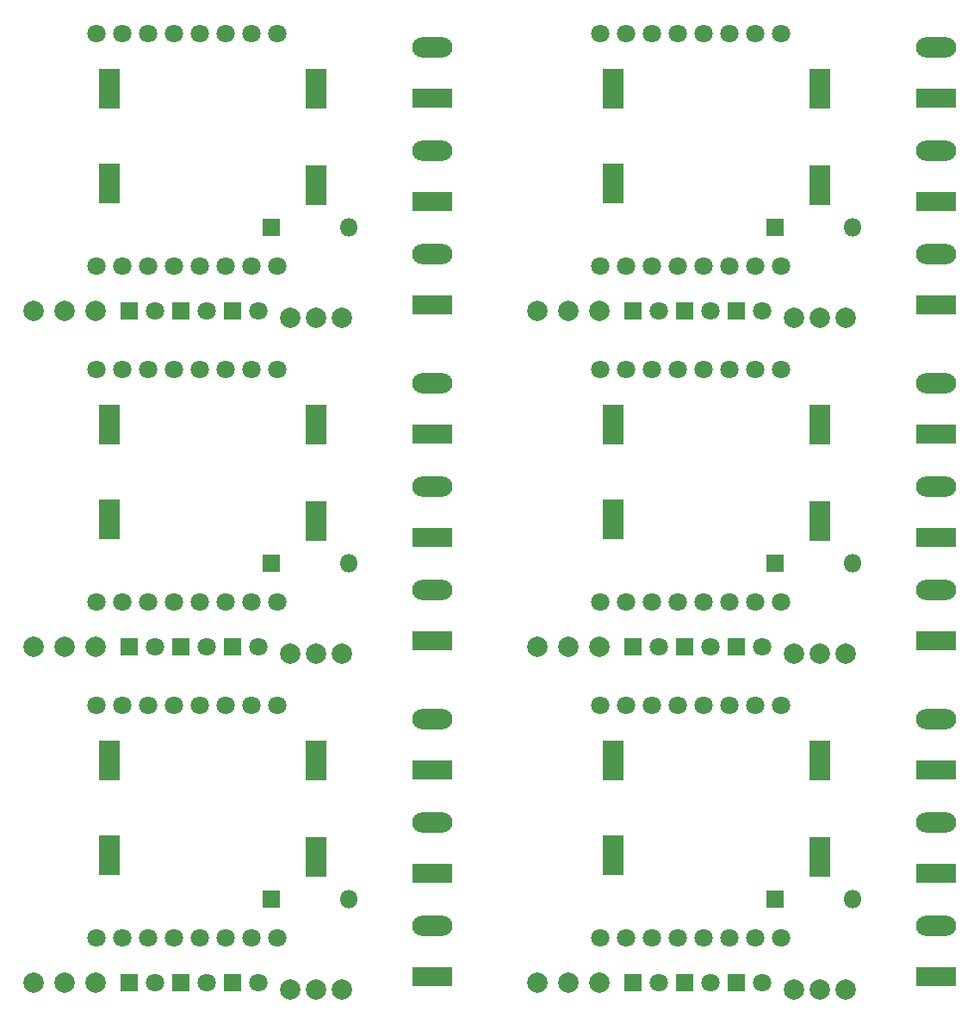
<source format=gbr>
G04 #@! TF.GenerationSoftware,KiCad,Pcbnew,5.0.1*
G04 #@! TF.CreationDate,2019-02-08T19:01:01+01:00*
G04 #@! TF.ProjectId,wasserschaden_smd,7761737365727363686164656E5F736D,rev?*
G04 #@! TF.SameCoordinates,Original*
G04 #@! TF.FileFunction,Soldermask,Bot*
G04 #@! TF.FilePolarity,Negative*
%FSLAX46Y46*%
G04 Gerber Fmt 4.6, Leading zero omitted, Abs format (unit mm)*
G04 Created by KiCad (PCBNEW 5.0.1) date Fr 08 Feb 2019 19:01:01 CET*
%MOMM*%
%LPD*%
G01*
G04 APERTURE LIST*
%ADD10R,2.000000X4.000000*%
%ADD11R,3.960000X1.980000*%
%ADD12O,3.960000X1.980000*%
%ADD13C,1.800000*%
%ADD14R,1.800000X1.800000*%
%ADD15C,2.000000*%
%ADD16O,1.800000X1.800000*%
G04 APERTURE END LIST*
D10*
G04 #@! TO.C,U1*
X100330000Y-122825000D03*
X100330000Y-113395000D03*
X80010000Y-122698000D03*
X80010000Y-113395000D03*
G04 #@! TD*
D11*
G04 #@! TO.C,J1*
X111760000Y-114300000D03*
D12*
X111760000Y-109300000D03*
G04 #@! TD*
D13*
G04 #@! TO.C,D4*
X89535000Y-135255000D03*
D14*
X86995000Y-135255000D03*
G04 #@! TD*
D12*
G04 #@! TO.C,J3*
X161290000Y-129620000D03*
D11*
X161290000Y-134620000D03*
G04 #@! TD*
D15*
G04 #@! TO.C,U3*
X78613000Y-135255000D03*
X75565000Y-135255000D03*
X72517000Y-135255000D03*
G04 #@! TD*
D12*
G04 #@! TO.C,J2*
X111760000Y-119460000D03*
D11*
X111760000Y-124460000D03*
G04 #@! TD*
D15*
G04 #@! TO.C,U3*
X122047000Y-135255000D03*
X125095000Y-135255000D03*
X128143000Y-135255000D03*
G04 #@! TD*
D13*
G04 #@! TO.C,U2*
X96520000Y-130810000D03*
X96520000Y-107950000D03*
X93980000Y-130810000D03*
X93980000Y-107950000D03*
X91440000Y-130810000D03*
X91440000Y-107950000D03*
X88900000Y-130810000D03*
X88900000Y-107950000D03*
X86360000Y-130810000D03*
X86360000Y-107950000D03*
X83820000Y-130810000D03*
X83820000Y-107950000D03*
X81280000Y-130810000D03*
X81280000Y-107950000D03*
X78740000Y-130810000D03*
X78740000Y-107950000D03*
G04 #@! TD*
D11*
G04 #@! TO.C,J3*
X111760000Y-134620000D03*
D12*
X111760000Y-129620000D03*
G04 #@! TD*
D14*
G04 #@! TO.C,D1*
X95885000Y-127000000D03*
D16*
X103505000Y-127000000D03*
G04 #@! TD*
D15*
G04 #@! TO.C,IRFZ44N1*
X97790000Y-135890000D03*
X100330000Y-135890000D03*
X102870000Y-135890000D03*
G04 #@! TD*
D14*
G04 #@! TO.C,D3*
X92075000Y-135255000D03*
D13*
X94615000Y-135255000D03*
G04 #@! TD*
D14*
G04 #@! TO.C,D2*
X81915000Y-135255000D03*
D13*
X84455000Y-135255000D03*
G04 #@! TD*
D16*
G04 #@! TO.C,D1*
X153035000Y-127000000D03*
D14*
X145415000Y-127000000D03*
G04 #@! TD*
D15*
G04 #@! TO.C,IRFZ44N1*
X152400000Y-135890000D03*
X149860000Y-135890000D03*
X147320000Y-135890000D03*
G04 #@! TD*
D11*
G04 #@! TO.C,J2*
X161290000Y-124460000D03*
D12*
X161290000Y-119460000D03*
G04 #@! TD*
D14*
G04 #@! TO.C,D4*
X136525000Y-135255000D03*
D13*
X139065000Y-135255000D03*
G04 #@! TD*
G04 #@! TO.C,D2*
X133985000Y-135255000D03*
D14*
X131445000Y-135255000D03*
G04 #@! TD*
D13*
G04 #@! TO.C,D3*
X144145000Y-135255000D03*
D14*
X141605000Y-135255000D03*
G04 #@! TD*
D12*
G04 #@! TO.C,J1*
X161290000Y-109300000D03*
D11*
X161290000Y-114300000D03*
G04 #@! TD*
D13*
G04 #@! TO.C,U2*
X128270000Y-107950000D03*
X128270000Y-130810000D03*
X130810000Y-107950000D03*
X130810000Y-130810000D03*
X133350000Y-107950000D03*
X133350000Y-130810000D03*
X135890000Y-107950000D03*
X135890000Y-130810000D03*
X138430000Y-107950000D03*
X138430000Y-130810000D03*
X140970000Y-107950000D03*
X140970000Y-130810000D03*
X143510000Y-107950000D03*
X143510000Y-130810000D03*
X146050000Y-107950000D03*
X146050000Y-130810000D03*
G04 #@! TD*
D10*
G04 #@! TO.C,U1*
X129540000Y-113395000D03*
X129540000Y-122698000D03*
X149860000Y-113395000D03*
X149860000Y-122825000D03*
G04 #@! TD*
D15*
G04 #@! TO.C,U3*
X72517000Y-102235000D03*
X75565000Y-102235000D03*
X78613000Y-102235000D03*
G04 #@! TD*
D11*
G04 #@! TO.C,J2*
X111760000Y-91440000D03*
D12*
X111760000Y-86440000D03*
G04 #@! TD*
D15*
G04 #@! TO.C,U3*
X128143000Y-102235000D03*
X125095000Y-102235000D03*
X122047000Y-102235000D03*
G04 #@! TD*
D13*
G04 #@! TO.C,U2*
X78740000Y-74930000D03*
X78740000Y-97790000D03*
X81280000Y-74930000D03*
X81280000Y-97790000D03*
X83820000Y-74930000D03*
X83820000Y-97790000D03*
X86360000Y-74930000D03*
X86360000Y-97790000D03*
X88900000Y-74930000D03*
X88900000Y-97790000D03*
X91440000Y-74930000D03*
X91440000Y-97790000D03*
X93980000Y-74930000D03*
X93980000Y-97790000D03*
X96520000Y-74930000D03*
X96520000Y-97790000D03*
G04 #@! TD*
D12*
G04 #@! TO.C,J3*
X111760000Y-96600000D03*
D11*
X111760000Y-101600000D03*
G04 #@! TD*
D16*
G04 #@! TO.C,D1*
X103505000Y-93980000D03*
D14*
X95885000Y-93980000D03*
G04 #@! TD*
D15*
G04 #@! TO.C,IRFZ44N1*
X102870000Y-102870000D03*
X100330000Y-102870000D03*
X97790000Y-102870000D03*
G04 #@! TD*
D13*
G04 #@! TO.C,D3*
X94615000Y-102235000D03*
D14*
X92075000Y-102235000D03*
G04 #@! TD*
D13*
G04 #@! TO.C,D2*
X84455000Y-102235000D03*
D14*
X81915000Y-102235000D03*
G04 #@! TD*
D10*
G04 #@! TO.C,U1*
X80010000Y-80375000D03*
X80010000Y-89678000D03*
X100330000Y-80375000D03*
X100330000Y-89805000D03*
G04 #@! TD*
D12*
G04 #@! TO.C,J1*
X111760000Y-76280000D03*
D11*
X111760000Y-81280000D03*
G04 #@! TD*
D14*
G04 #@! TO.C,D4*
X86995000Y-102235000D03*
D13*
X89535000Y-102235000D03*
G04 #@! TD*
D10*
G04 #@! TO.C,U1*
X149860000Y-89805000D03*
X149860000Y-80375000D03*
X129540000Y-89678000D03*
X129540000Y-80375000D03*
G04 #@! TD*
D11*
G04 #@! TO.C,J1*
X161290000Y-81280000D03*
D12*
X161290000Y-76280000D03*
G04 #@! TD*
D14*
G04 #@! TO.C,D2*
X131445000Y-102235000D03*
D13*
X133985000Y-102235000D03*
G04 #@! TD*
D14*
G04 #@! TO.C,D1*
X145415000Y-93980000D03*
D16*
X153035000Y-93980000D03*
G04 #@! TD*
D13*
G04 #@! TO.C,D4*
X139065000Y-102235000D03*
D14*
X136525000Y-102235000D03*
G04 #@! TD*
D12*
G04 #@! TO.C,J2*
X161290000Y-86440000D03*
D11*
X161290000Y-91440000D03*
G04 #@! TD*
G04 #@! TO.C,J3*
X161290000Y-101600000D03*
D12*
X161290000Y-96600000D03*
G04 #@! TD*
D13*
G04 #@! TO.C,U2*
X146050000Y-97790000D03*
X146050000Y-74930000D03*
X143510000Y-97790000D03*
X143510000Y-74930000D03*
X140970000Y-97790000D03*
X140970000Y-74930000D03*
X138430000Y-97790000D03*
X138430000Y-74930000D03*
X135890000Y-97790000D03*
X135890000Y-74930000D03*
X133350000Y-97790000D03*
X133350000Y-74930000D03*
X130810000Y-97790000D03*
X130810000Y-74930000D03*
X128270000Y-97790000D03*
X128270000Y-74930000D03*
G04 #@! TD*
D14*
G04 #@! TO.C,D3*
X141605000Y-102235000D03*
D13*
X144145000Y-102235000D03*
G04 #@! TD*
D15*
G04 #@! TO.C,IRFZ44N1*
X147320000Y-102870000D03*
X149860000Y-102870000D03*
X152400000Y-102870000D03*
G04 #@! TD*
G04 #@! TO.C,U3*
X78613000Y-69215000D03*
X75565000Y-69215000D03*
X72517000Y-69215000D03*
G04 #@! TD*
D10*
G04 #@! TO.C,U1*
X100330000Y-56785000D03*
X100330000Y-47355000D03*
X80010000Y-56658000D03*
X80010000Y-47355000D03*
G04 #@! TD*
D11*
G04 #@! TO.C,J1*
X111760000Y-48260000D03*
D12*
X111760000Y-43260000D03*
G04 #@! TD*
D14*
G04 #@! TO.C,D2*
X81915000Y-69215000D03*
D13*
X84455000Y-69215000D03*
G04 #@! TD*
D14*
G04 #@! TO.C,D1*
X95885000Y-60960000D03*
D16*
X103505000Y-60960000D03*
G04 #@! TD*
D13*
G04 #@! TO.C,D4*
X89535000Y-69215000D03*
D14*
X86995000Y-69215000D03*
G04 #@! TD*
D12*
G04 #@! TO.C,J2*
X111760000Y-53420000D03*
D11*
X111760000Y-58420000D03*
G04 #@! TD*
G04 #@! TO.C,J3*
X111760000Y-68580000D03*
D12*
X111760000Y-63580000D03*
G04 #@! TD*
D13*
G04 #@! TO.C,U2*
X96520000Y-64770000D03*
X96520000Y-41910000D03*
X93980000Y-64770000D03*
X93980000Y-41910000D03*
X91440000Y-64770000D03*
X91440000Y-41910000D03*
X88900000Y-64770000D03*
X88900000Y-41910000D03*
X86360000Y-64770000D03*
X86360000Y-41910000D03*
X83820000Y-64770000D03*
X83820000Y-41910000D03*
X81280000Y-64770000D03*
X81280000Y-41910000D03*
X78740000Y-64770000D03*
X78740000Y-41910000D03*
G04 #@! TD*
D14*
G04 #@! TO.C,D3*
X92075000Y-69215000D03*
D13*
X94615000Y-69215000D03*
G04 #@! TD*
D15*
G04 #@! TO.C,IRFZ44N1*
X97790000Y-69850000D03*
X100330000Y-69850000D03*
X102870000Y-69850000D03*
G04 #@! TD*
D14*
G04 #@! TO.C,D4*
X136525000Y-69215000D03*
D13*
X139065000Y-69215000D03*
G04 #@! TD*
D15*
G04 #@! TO.C,U3*
X122047000Y-69215000D03*
X125095000Y-69215000D03*
X128143000Y-69215000D03*
G04 #@! TD*
G04 #@! TO.C,IRFZ44N1*
X152400000Y-69850000D03*
X149860000Y-69850000D03*
X147320000Y-69850000D03*
G04 #@! TD*
D16*
G04 #@! TO.C,D1*
X153035000Y-60960000D03*
D14*
X145415000Y-60960000D03*
G04 #@! TD*
D13*
G04 #@! TO.C,D2*
X133985000Y-69215000D03*
D14*
X131445000Y-69215000D03*
G04 #@! TD*
D13*
G04 #@! TO.C,D3*
X144145000Y-69215000D03*
D14*
X141605000Y-69215000D03*
G04 #@! TD*
D12*
G04 #@! TO.C,J1*
X161290000Y-43260000D03*
D11*
X161290000Y-48260000D03*
G04 #@! TD*
G04 #@! TO.C,J2*
X161290000Y-58420000D03*
D12*
X161290000Y-53420000D03*
G04 #@! TD*
G04 #@! TO.C,J3*
X161290000Y-63580000D03*
D11*
X161290000Y-68580000D03*
G04 #@! TD*
D10*
G04 #@! TO.C,U1*
X129540000Y-47355000D03*
X129540000Y-56658000D03*
X149860000Y-47355000D03*
X149860000Y-56785000D03*
G04 #@! TD*
D13*
G04 #@! TO.C,U2*
X128270000Y-41910000D03*
X128270000Y-64770000D03*
X130810000Y-41910000D03*
X130810000Y-64770000D03*
X133350000Y-41910000D03*
X133350000Y-64770000D03*
X135890000Y-41910000D03*
X135890000Y-64770000D03*
X138430000Y-41910000D03*
X138430000Y-64770000D03*
X140970000Y-41910000D03*
X140970000Y-64770000D03*
X143510000Y-41910000D03*
X143510000Y-64770000D03*
X146050000Y-41910000D03*
X146050000Y-64770000D03*
G04 #@! TD*
M02*

</source>
